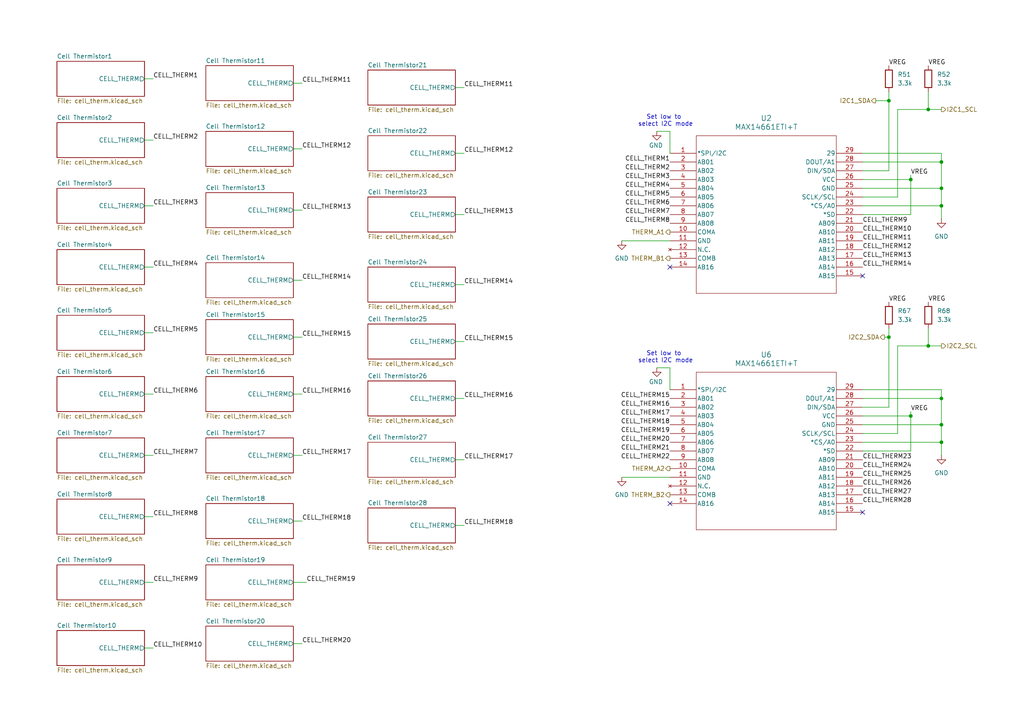
<source format=kicad_sch>
(kicad_sch (version 20250114) (generator "eeschema") (generator_version "9.0")
  (paper "A4")
  (lib_symbols
    (symbol "Device:R" (pin_numbers (hide yes)) (pin_names (offset 0))
      (property "Reference" "R" (at 2.032 0 90))
      (property "Value" "R" (at 0 0 90))
      (symbol "R_0_1"
        (rectangle (start -1.016 -2.54) (end 1.016 2.54) (stroke (width 0.254)))
      )
      (symbol "R_1_1"
        (pin passive line (at 0 3.81 270) (length 1.27) (name "~") (number "1"))
        (pin passive line (at 0 -3.81 90) (length 1.27) (name "~") (number "2"))
      )
    )
    (symbol "GND_10" (power) (pin_numbers (hide yes)) (pin_names (offset 0) (hide yes))
      (property "Value" "GND" (at 0 -3.81 0))
      (symbol "GND_10_0_1"
        (polyline (pts (xy 0 0) (xy 0 -1.27) (xy 1.27 -1.27) (xy 0 -2.54) (xy -1.27 -1.27) (xy 0 -1.27)))
      )
      (symbol "GND_10_1_1"
        (pin power_in line (at 0 0 270) (length 0) (name "~") (number "1"))
      )
    )
    (symbol "MAX14661:MAX14661ETI+T" (pin_names (offset 0.254))
      (property "Reference" "U" (at 27.94 10.16 0))
      (property "Value" "MAX14661ETI+T" (at 27.94 7.62 0))
      (symbol "MAX14661ETI+T_0_1"
        (polyline (pts (xy 7.62 5.08) (xy 7.62 -40.64)) (stroke (width 0.127)))
        (polyline (pts (xy 7.62 -40.64) (xy 48.26 -40.64)) (stroke (width 0.127)))
        (polyline (pts (xy 48.26 5.08) (xy 7.62 5.08)) (stroke (width 0.127)))
        (polyline (pts (xy 48.26 -40.64) (xy 48.26 5.08)) (stroke (width 0.127)))
        (pin unspecified line (at 0 0 0) (length 7.62) (name "*SPI/I2C") (number "1"))
        (pin bidirectional line (at 0 -2.54 0) (length 7.62) (name "AB01") (number "2"))
        (pin bidirectional line (at 0 -5.08 0) (length 7.62) (name "AB02") (number "3"))
        (pin bidirectional line (at 0 -7.62 0) (length 7.62) (name "AB03") (number "4"))
        (pin bidirectional line (at 0 -10.16 0) (length 7.62) (name "AB04") (number "5"))
        (pin bidirectional line (at 0 -12.7 0) (length 7.62) (name "AB05") (number "6"))
        (pin bidirectional line (at 0 -15.24 0) (length 7.62) (name "AB06") (number "7"))
        (pin bidirectional line (at 0 -17.78 0) (length 7.62) (name "AB07") (number "8"))
        (pin bidirectional line (at 0 -20.32 0) (length 7.62) (name "AB08") (number "9"))
        (pin unspecified line (at 0 -22.86 0) (length 7.62) (name "COMA") (number "10"))
        (pin power_out line (at 0 -25.4 0) (length 7.62) (name "GND") (number "11"))
        (pin no_connect line (at 0 -27.94 0) (length 7.62) (name "N.C.") (number "12"))
        (pin unspecified line (at 0 -30.48 0) (length 7.62) (name "COMB") (number "13"))
        (pin bidirectional line (at 0 -33.02 0) (length 7.62) (name "AB16") (number "14"))
        (pin unspecified line (at 55.88 0 180) (length 7.62) (name "29") (number "29"))
        (pin output line (at 55.88 -2.54 180) (length 7.62) (name "DOUT/A1") (number "28"))
        (pin unspecified line (at 55.88 -5.08 180) (length 7.62) (name "DIN/SDA") (number "27"))
        (pin power_in line (at 55.88 -7.62 180) (length 7.62) (name "VCC") (number "26"))
        (pin power_out line (at 55.88 -10.16 180) (length 7.62) (name "GND") (number "25"))
        (pin unspecified line (at 55.88 -12.7 180) (length 7.62) (name "SCLK/SCL") (number "24"))
        (pin unspecified line (at 55.88 -15.24 180) (length 7.62) (name "*CS/A0") (number "23"))
        (pin unspecified line (at 55.88 -17.78 180) (length 7.62) (name "*SD") (number "22"))
        (pin bidirectional line (at 55.88 -20.32 180) (length 7.62) (name "AB09") (number "21"))
        (pin bidirectional line (at 55.88 -22.86 180) (length 7.62) (name "AB10") (number "20"))
        (pin bidirectional line (at 55.88 -25.4 180) (length 7.62) (name "AB11") (number "19"))
        (pin bidirectional line (at 55.88 -27.94 180) (length 7.62) (name "AB12") (number "18"))
        (pin bidirectional line (at 55.88 -30.48 180) (length 7.62) (name "AB13") (number "17"))
        (pin bidirectional line (at 55.88 -33.02 180) (length 7.62) (name "AB14") (number "16"))
        (pin bidirectional line (at 55.88 -35.56 180) (length 7.62) (name "AB15") (number "15"))
      )
    )
  )
  (text "Set low to \nselect I2C mode" (at 193.04 35.052 0) (effects (font (size 1.27 1.27))))
  (text "Set low to \nselect I2C mode" (at 193.04 103.632 0) (effects (font (size 1.27 1.27))))
  (junction (at 269.24 31.75))
  (junction (at 273.05 59.69))
  (junction (at 264.16 120.65))
  (junction (at 257.81 97.79))
  (junction (at 269.24 100.33))
  (junction (at 273.05 115.57))
  (junction (at 264.16 52.07))
  (junction (at 273.05 54.61))
  (junction (at 273.05 123.19))
  (junction (at 273.05 128.27))
  (junction (at 273.05 46.99))
  (junction (at 257.81 29.21))
  (no_connect (at 194.31 146.05))
  (no_connect (at 250.19 80.01))
  (no_connect (at 250.19 148.59))
  (no_connect (at 194.31 77.47))
  (wire (pts (xy 132.08 82.55) (xy 134.62 82.55)))
  (wire (pts (xy 273.05 59.69) (xy 273.05 54.61)))
  (wire (pts (xy 85.09 186.69) (xy 87.63 186.69)))
  (wire (pts (xy 132.08 62.23) (xy 134.62 62.23)))
  (wire (pts (xy 273.05 128.27) (xy 273.05 123.19)))
  (wire (pts (xy 85.09 151.13) (xy 87.63 151.13)))
  (wire (pts (xy 273.05 46.99) (xy 273.05 54.61)))
  (wire (pts (xy 260.35 100.33) (xy 260.35 125.73)))
  (wire (pts (xy 254 29.21) (xy 257.81 29.21)))
  (wire (pts (xy 273.05 115.57) (xy 273.05 123.19)))
  (wire (pts (xy 132.08 152.4) (xy 134.62 152.4)))
  (wire (pts (xy 250.19 52.07) (xy 264.16 52.07)))
  (wire (pts (xy 85.09 114.3) (xy 87.63 114.3)))
  (wire (pts (xy 190.5 38.1) (xy 194.31 38.1)))
  (wire (pts (xy 250.19 120.65) (xy 264.16 120.65)))
  (wire (pts (xy 250.19 130.81) (xy 264.16 130.81)))
  (wire (pts (xy 85.09 81.28) (xy 87.63 81.28)))
  (wire (pts (xy 41.91 149.86) (xy 44.45 149.86)))
  (wire (pts (xy 41.91 96.52) (xy 44.45 96.52)))
  (wire (pts (xy 273.05 44.45) (xy 273.05 46.99)))
  (wire (pts (xy 250.19 46.99) (xy 273.05 46.99)))
  (wire (pts (xy 256.54 97.79) (xy 257.81 97.79)))
  (wire (pts (xy 41.91 132.08) (xy 44.45 132.08)))
  (wire (pts (xy 250.19 62.23) (xy 264.16 62.23)))
  (wire (pts (xy 250.19 113.03) (xy 273.05 113.03)))
  (wire (pts (xy 273.05 63.5) (xy 273.05 59.69)))
  (wire (pts (xy 132.08 44.45) (xy 134.62 44.45)))
  (wire (pts (xy 257.81 29.21) (xy 257.81 49.53)))
  (wire (pts (xy 264.16 120.65) (xy 264.16 130.81)))
  (wire (pts (xy 132.08 115.57) (xy 134.62 115.57)))
  (wire (pts (xy 269.24 100.33) (xy 260.35 100.33)))
  (wire (pts (xy 269.24 31.75) (xy 260.35 31.75)))
  (wire (pts (xy 260.35 125.73) (xy 250.19 125.73)))
  (wire (pts (xy 250.19 123.19) (xy 273.05 123.19)))
  (wire (pts (xy 250.19 59.69) (xy 273.05 59.69)))
  (wire (pts (xy 85.09 24.13) (xy 87.63 24.13)))
  (wire (pts (xy 257.81 97.79) (xy 257.81 118.11)))
  (wire (pts (xy 85.09 60.96) (xy 87.63 60.96)))
  (wire (pts (xy 250.19 128.27) (xy 273.05 128.27)))
  (wire (pts (xy 264.16 52.07) (xy 264.16 62.23)))
  (wire (pts (xy 264.16 50.8) (xy 264.16 52.07)))
  (wire (pts (xy 85.09 43.18) (xy 87.63 43.18)))
  (wire (pts (xy 41.91 77.47) (xy 44.45 77.47)))
  (wire (pts (xy 257.81 118.11) (xy 250.19 118.11)))
  (wire (pts (xy 41.91 59.69) (xy 44.45 59.69)))
  (wire (pts (xy 194.31 38.1) (xy 194.31 44.45)))
  (wire (pts (xy 273.05 113.03) (xy 273.05 115.57)))
  (wire (pts (xy 269.24 31.75) (xy 273.05 31.75)))
  (wire (pts (xy 41.91 40.64) (xy 44.45 40.64)))
  (wire (pts (xy 250.19 44.45) (xy 273.05 44.45)))
  (wire (pts (xy 194.31 106.68) (xy 194.31 113.03)))
  (wire (pts (xy 250.19 54.61) (xy 273.05 54.61)))
  (wire (pts (xy 180.34 138.43) (xy 194.31 138.43)))
  (wire (pts (xy 260.35 31.75) (xy 260.35 57.15)))
  (wire (pts (xy 250.19 115.57) (xy 273.05 115.57)))
  (wire (pts (xy 257.81 95.25) (xy 257.81 97.79)))
  (wire (pts (xy 190.5 106.68) (xy 194.31 106.68)))
  (wire (pts (xy 269.24 100.33) (xy 273.05 100.33)))
  (wire (pts (xy 41.91 187.96) (xy 44.45 187.96)))
  (wire (pts (xy 85.09 168.91) (xy 88.9 168.91)))
  (wire (pts (xy 180.34 69.85) (xy 194.31 69.85)))
  (wire (pts (xy 269.24 26.67) (xy 269.24 31.75)))
  (wire (pts (xy 257.81 49.53) (xy 250.19 49.53)))
  (wire (pts (xy 132.08 99.06) (xy 134.62 99.06)))
  (wire (pts (xy 257.81 26.67) (xy 257.81 29.21)))
  (wire (pts (xy 85.09 132.08) (xy 87.63 132.08)))
  (wire (pts (xy 269.24 95.25) (xy 269.24 100.33)))
  (wire (pts (xy 85.09 97.79) (xy 87.63 97.79)))
  (wire (pts (xy 260.35 57.15) (xy 250.19 57.15)))
  (wire (pts (xy 264.16 119.38) (xy 264.16 120.65)))
  (wire (pts (xy 41.91 168.91) (xy 44.45 168.91)))
  (wire (pts (xy 132.08 133.35) (xy 134.62 133.35)))
  (wire (pts (xy 41.91 22.86) (xy 44.45 22.86)))
  (wire (pts (xy 41.91 114.3) (xy 44.45 114.3)))
  (wire (pts (xy 132.08 25.4) (xy 134.62 25.4)))
  (wire (pts (xy 273.05 132.08) (xy 273.05 128.27)))
  (label "VREG" (at 257.81 87.63 0))
  (label "CELL_THERM4" (at 194.31 54.61 180))
  (label "CELL_THERM19" (at 194.31 125.73 180))
  (label "CELL_THERM24" (at 250.19 135.89 0))
  (label "CELL_THERM7" (at 44.45 132.08 0))
  (label "CELL_THERM2" (at 194.31 49.53 180))
  (label "VREG" (at 269.24 87.63 0))
  (label "CELL_THERM13" (at 250.19 74.93 0))
  (label "CELL_THERM9" (at 44.45 168.91 0))
  (label "VREG" (at 264.16 119.38 0))
  (label "CELL_THERM17" (at 134.62 133.35 0))
  (label "CELL_THERM11" (at 87.63 24.13 0))
  (label "CELL_THERM4" (at 44.45 77.47 0))
  (label "CELL_THERM3" (at 194.31 52.07 180))
  (label "CELL_THERM12" (at 87.63 43.18 0))
  (label "CELL_THERM20" (at 87.63 186.69 0))
  (label "CELL_THERM1" (at 44.45 22.86 0))
  (label "CELL_THERM18" (at 134.62 152.4 0))
  (label "CELL_THERM19" (at 88.9 168.91 0))
  (label "CELL_THERM10" (at 250.19 67.31 0))
  (label "CELL_THERM3" (at 44.45 59.69 0))
  (label "CELL_THERM12" (at 134.62 44.45 0))
  (label "VREG" (at 264.16 50.8 0))
  (label "VREG" (at 257.81 19.05 0))
  (label "CELL_THERM7" (at 194.31 62.23 180))
  (label "CELL_THERM13" (at 87.63 60.96 0))
  (label "CELL_THERM14" (at 87.63 81.28 0))
  (label "CELL_THERM14" (at 134.62 82.55 0))
  (label "CELL_THERM13" (at 134.62 62.23 0))
  (label "CELL_THERM16" (at 194.31 118.11 180))
  (label "CELL_THERM6" (at 194.31 59.69 180))
  (label "CELL_THERM5" (at 194.31 57.15 180))
  (label "VREG" (at 269.24 19.05 0))
  (label "CELL_THERM15" (at 87.63 97.79 0))
  (label "CELL_THERM20" (at 194.31 128.27 180))
  (label "CELL_THERM25" (at 250.19 138.43 0))
  (label "CELL_THERM18" (at 194.31 123.19 180))
  (label "CELL_THERM12" (at 250.19 72.39 0))
  (label "CELL_THERM21" (at 194.31 130.81 180))
  (label "CELL_THERM15" (at 134.62 99.06 0))
  (label "CELL_THERM2" (at 44.45 40.64 0))
  (label "CELL_THERM11" (at 134.62 25.4 0))
  (label "CELL_THERM16" (at 87.63 114.3 0))
  (label "CELL_THERM17" (at 87.63 132.08 0))
  (label "CELL_THERM8" (at 44.45 149.86 0))
  (label "CELL_THERM14" (at 250.19 77.47 0))
  (label "CELL_THERM10" (at 44.45 187.96 0))
  (label "CELL_THERM5" (at 44.45 96.52 0))
  (label "CELL_THERM27" (at 250.19 143.51 0))
  (label "CELL_THERM28" (at 250.19 146.05 0))
  (label "CELL_THERM11" (at 250.19 69.85 0))
  (label "CELL_THERM23" (at 250.19 133.35 0))
  (label "CELL_THERM6" (at 44.45 114.3 0))
  (label "CELL_THERM18" (at 87.63 151.13 0))
  (label "CELL_THERM9" (at 250.19 64.77 0))
  (label "CELL_THERM22" (at 194.31 133.35 180))
  (label "CELL_THERM15" (at 194.31 115.57 180))
  (label "CELL_THERM16" (at 134.62 115.57 0))
  (label "CELL_THERM17" (at 194.31 120.65 180))
  (label "CELL_THERM8" (at 194.31 64.77 180))
  (label "CELL_THERM26" (at 250.19 140.97 0))
  (label "CELL_THERM1" (at 194.31 46.99 180))
  (hierarchical_label "THERM_A2" (shape output) (at 194.31 135.89 180))
  (hierarchical_label "I2C2_SDA" (shape output) (at 256.54 97.79 180))
  (hierarchical_label "I2C2_SCL" (shape output) (at 273.05 100.33 0))
  (hierarchical_label "THERM_B2" (shape output) (at 194.31 143.51 180))
  (hierarchical_label "THERM_B1" (shape output) (at 194.31 74.93 180))
  (hierarchical_label "I2C1_SCL" (shape output) (at 273.05 31.75 0))
  (hierarchical_label "THERM_A1" (shape output) (at 194.31 67.31 180))
  (hierarchical_label "I2C1_SDA" (shape output) (at 254 29.21 180))
  (symbol (lib_id "Device:R") (at 269.24 22.86 0) (unit 1)
    (property "Reference" "R52" (at 271.78 21.5899 0) (effects (justify left)))
    (property "Value" "3.3k" (at 271.78 24.1299 0) (effects (justify left)))
    (property "Description" "Resistor" (effects (hide yes)))
  )
  (symbol (lib_id "Device:R") (at 269.24 91.44 0) (unit 1)
    (property "Reference" "R68" (at 271.78 90.1699 0) (effects (justify left)))
    (property "Value" "3.3k" (at 271.78 92.7099 0) (effects (justify left)))
    (property "Description" "Resistor" (effects (hide yes)))
  )
  (symbol (lib_name "GND_10") (lib_id "power:GND") (at 190.5 38.1 0) (unit 1)
    (property "Reference" "#PWR014" (effects (hide yes)))
    (property "Value" "GND" (at 190.246 42.164 0))
    (property "Description" "Power symbol creates a global label with name \"GND\" , ground" (effects (hide yes)))
  )
  (symbol (lib_id "MAX14661:MAX14661ETI+T") (at 194.31 44.45 0) (unit 1)
    (property "Reference" "U2" (at 222.25 34.29 0) (effects (font (size 1.524 1.524))))
    (property "Value" "MAX14661ETI+T" (at 222.25 36.83 0) (effects (font (size 1.524 1.524))))
    (property "Footprint" "21-0139I_T2844-1_MXM" (effects (hide yes)))
    (property "Datasheet" "MAX14661ETI+T" (effects (hide yes)))
  )
  (symbol (lib_id "Device:R") (at 257.81 22.86 0) (unit 1)
    (property "Reference" "R51" (at 260.35 21.5899 0) (effects (justify left)))
    (property "Value" "3.3k" (at 260.35 24.1299 0) (effects (justify left)))
    (property "Description" "Resistor" (effects (hide yes)))
  )
  (symbol (lib_name "GND_10") (lib_id "power:GND") (at 273.05 63.5 0) (unit 1)
    (property "Reference" "#PWR015" (effects (hide yes)))
    (property "Value" "GND" (at 273.05 68.58 0))
    (property "Description" "Power symbol creates a global label with name \"GND\" , ground" (effects (hide yes)))
  )
  (symbol (lib_name "GND_10") (lib_id "power:GND") (at 273.05 132.08 0) (unit 1)
    (property "Reference" "#PWR033" (effects (hide yes)))
    (property "Value" "GND" (at 273.05 137.16 0))
    (property "Description" "Power symbol creates a global label with name \"GND\" , ground" (effects (hide yes)))
  )
  (symbol (lib_name "GND_10") (lib_id "power:GND") (at 190.5 106.68 0) (unit 1)
    (property "Reference" "#PWR032" (effects (hide yes)))
    (property "Value" "GND" (at 190.246 110.744 0))
    (property "Description" "Power symbol creates a global label with name \"GND\" , ground" (effects (hide yes)))
  )
  (symbol (lib_id "MAX14661:MAX14661ETI+T") (at 194.31 113.03 0) (unit 1)
    (property "Reference" "U6" (at 222.25 102.87 0) (effects (font (size 1.524 1.524))))
    (property "Value" "MAX14661ETI+T" (at 222.25 105.41 0) (effects (font (size 1.524 1.524))))
    (property "Footprint" "21-0139I_T2844-1_MXM" (effects (hide yes)))
    (property "Datasheet" "MAX14661ETI+T" (effects (hide yes)))
  )
  (symbol (lib_id "Device:R") (at 257.81 91.44 0) (unit 1)
    (property "Reference" "R67" (at 260.35 90.1699 0) (effects (justify left)))
    (property "Value" "3.3k" (at 260.35 92.7099 0) (effects (justify left)))
    (property "Description" "Resistor" (effects (hide yes)))
  )
  (symbol (lib_name "GND_10") (lib_id "power:GND") (at 180.34 138.43 0) (unit 1)
    (property "Reference" "#PWR031" (effects (hide yes)))
    (property "Value" "GND" (at 180.34 143.51 0))
    (property "Description" "Power symbol creates a global label with name \"GND\" , ground" (effects (hide yes)))
  )
  (symbol (lib_name "GND_10") (lib_id "power:GND") (at 180.34 69.85 0) (unit 1)
    (property "Reference" "#PWR016" (effects (hide yes)))
    (property "Value" "GND" (at 180.34 74.93 0))
    (property "Description" "Power symbol creates a global label with name \"GND\" , ground" (effects (hide yes)))
  )
  (sheet (at 16.51 163.83) (size 25.4 10.16) (stroke (width 0.1524))
    (property "Sheetname" "Cell Thermistor9" (at 16.51 163.1184 0) (effects (justify left bottom)))
    (property "Sheetfile" "cell_therm.kicad_sch" (at 16.51 174.5746 0) (effects (justify left top)))
    (pin "CELL_THERM" output (at 41.91 168.91 0))
  )
  (sheet (at 16.51 144.78) (size 25.4 10.16) (stroke (width 0.1524))
    (property "Sheetname" "Cell Thermistor8" (at 16.51 144.0684 0) (effects (justify left bottom)))
    (property "Sheetfile" "cell_therm.kicad_sch" (at 16.51 155.5246 0) (effects (justify left top)))
    (pin "CELL_THERM" output (at 41.91 149.86 0))
  )
  (sheet (at 106.68 57.15) (size 25.4 10.16) (stroke (width 0.1524))
    (property "Sheetname" "Cell Thermistor23" (at 106.68 56.4384 0) (effects (justify left bottom)))
    (property "Sheetfile" "cell_therm.kicad_sch" (at 106.68 67.8946 0) (effects (justify left top)))
    (pin "CELL_THERM" output (at 132.08 62.23 0))
  )
  (sheet (at 59.69 146.05) (size 25.4 10.16) (stroke (width 0.1524))
    (property "Sheetname" "Cell Thermistor18" (at 59.69 145.3384 0) (effects (justify left bottom)))
    (property "Sheetfile" "cell_therm.kicad_sch" (at 59.69 156.7946 0) (effects (justify left top)))
    (pin "CELL_THERM" output (at 85.09 151.13 0))
  )
  (sheet (at 59.69 55.88) (size 25.4 10.16) (stroke (width 0.1524))
    (property "Sheetname" "Cell Thermistor13" (at 59.69 55.1684 0) (effects (justify left bottom)))
    (property "Sheetfile" "cell_therm.kicad_sch" (at 59.69 66.6246 0) (effects (justify left top)))
    (pin "CELL_THERM" output (at 85.09 60.96 0))
  )
  (sheet (at 59.69 38.1) (size 25.4 10.16) (stroke (width 0.1524))
    (property "Sheetname" "Cell Thermistor12" (at 59.69 37.3884 0) (effects (justify left bottom)))
    (property "Sheetfile" "cell_therm.kicad_sch" (at 59.69 48.8446 0) (effects (justify left top)))
    (pin "CELL_THERM" output (at 85.09 43.18 0))
  )
  (sheet (at 59.69 163.83) (size 25.4 10.16) (stroke (width 0.1524))
    (property "Sheetname" "Cell Thermistor19" (at 59.69 163.1184 0) (effects (justify left bottom)))
    (property "Sheetfile" "cell_therm.kicad_sch" (at 59.69 174.5746 0) (effects (justify left top)))
    (pin "CELL_THERM" output (at 85.09 168.91 0))
  )
  (sheet (at 106.68 39.37) (size 25.4 10.16) (stroke (width 0.1524))
    (property "Sheetname" "Cell Thermistor22" (at 106.68 38.6584 0) (effects (justify left bottom)))
    (property "Sheetfile" "cell_therm.kicad_sch" (at 106.68 50.1146 0) (effects (justify left top)))
    (pin "CELL_THERM" output (at 132.08 44.45 0))
  )
  (sheet (at 106.68 77.47) (size 25.4 10.16) (stroke (width 0.1524))
    (property "Sheetname" "Cell Thermistor24" (at 106.68 76.7584 0) (effects (justify left bottom)))
    (property "Sheetfile" "cell_therm.kicad_sch" (at 106.68 88.2146 0) (effects (justify left top)))
    (pin "CELL_THERM" output (at 132.08 82.55 0))
  )
  (sheet (at 16.51 17.78) (size 25.4 10.16) (stroke (width 0.1524))
    (property "Sheetname" "Cell Thermistor1" (at 16.51 17.0684 0) (effects (justify left bottom)))
    (property "Sheetfile" "cell_therm.kicad_sch" (at 16.51 28.5246 0) (effects (justify left top)))
    (pin "CELL_THERM" output (at 41.91 22.86 0))
  )
  (sheet (at 106.68 20.32) (size 25.4 10.16) (stroke (width 0.1524))
    (property "Sheetname" "Cell Thermistor21" (at 106.68 19.6084 0) (effects (justify left bottom)))
    (property "Sheetfile" "cell_therm.kicad_sch" (at 106.68 31.0646 0) (effects (justify left top)))
    (pin "CELL_THERM" output (at 132.08 25.4 0))
  )
  (sheet (at 59.69 19.05) (size 25.4 10.16) (stroke (width 0.1524))
    (property "Sheetname" "Cell Thermistor11" (at 59.69 18.3384 0) (effects (justify left bottom)))
    (property "Sheetfile" "cell_therm.kicad_sch" (at 59.69 29.7946 0) (effects (justify left top)))
    (pin "CELL_THERM" output (at 85.09 24.13 0))
  )
  (sheet (at 16.51 35.56) (size 25.4 10.16) (stroke (width 0.1524))
    (property "Sheetname" "Cell Thermistor2" (at 16.51 34.8484 0) (effects (justify left bottom)))
    (property "Sheetfile" "cell_therm.kicad_sch" (at 16.51 46.3046 0) (effects (justify left top)))
    (pin "CELL_THERM" output (at 41.91 40.64 0))
  )
  (sheet (at 16.51 182.88) (size 25.4 10.16) (stroke (width 0.1524))
    (property "Sheetname" "Cell Thermistor10" (at 16.51 182.1684 0) (effects (justify left bottom)))
    (property "Sheetfile" "cell_therm.kicad_sch" (at 16.51 193.6246 0) (effects (justify left top)))
    (pin "CELL_THERM" output (at 41.91 187.96 0))
  )
  (sheet (at 59.69 109.22) (size 25.4 10.16) (stroke (width 0.1524))
    (property "Sheetname" "Cell Thermistor16" (at 59.69 108.5084 0) (effects (justify left bottom)))
    (property "Sheetfile" "cell_therm.kicad_sch" (at 59.69 119.9646 0) (effects (justify left top)))
    (pin "CELL_THERM" output (at 85.09 114.3 0))
  )
  (sheet (at 59.69 92.71) (size 25.4 10.16) (stroke (width 0.1524))
    (property "Sheetname" "Cell Thermistor15" (at 59.69 91.9984 0) (effects (justify left bottom)))
    (property "Sheetfile" "cell_therm.kicad_sch" (at 59.69 103.4546 0) (effects (justify left top)))
    (pin "CELL_THERM" output (at 85.09 97.79 0))
  )
  (sheet (at 16.51 72.39) (size 25.4 10.16) (stroke (width 0.1524))
    (property "Sheetname" "Cell Thermistor4" (at 16.51 71.6784 0) (effects (justify left bottom)))
    (property "Sheetfile" "cell_therm.kicad_sch" (at 16.51 83.1346 0) (effects (justify left top)))
    (pin "CELL_THERM" output (at 41.91 77.47 0))
  )
  (sheet (at 106.68 128.27) (size 25.4 10.16) (stroke (width 0.1524))
    (property "Sheetname" "Cell Thermistor27" (at 106.68 127.5584 0) (effects (justify left bottom)))
    (property "Sheetfile" "cell_therm.kicad_sch" (at 106.68 139.0146 0) (effects (justify left top)))
    (pin "CELL_THERM" output (at 132.08 133.35 0))
  )
  (sheet (at 59.69 127) (size 25.4 10.16) (stroke (width 0.1524))
    (property "Sheetname" "Cell Thermistor17" (at 59.69 126.2884 0) (effects (justify left bottom)))
    (property "Sheetfile" "cell_therm.kicad_sch" (at 59.69 137.7446 0) (effects (justify left top)))
    (pin "CELL_THERM" output (at 85.09 132.08 0))
  )
  (sheet (at 106.68 110.49) (size 25.4 10.16) (stroke (width 0.1524))
    (property "Sheetname" "Cell Thermistor26" (at 106.68 109.7784 0) (effects (justify left bottom)))
    (property "Sheetfile" "cell_therm.kicad_sch" (at 106.68 121.2346 0) (effects (justify left top)))
    (pin "CELL_THERM" output (at 132.08 115.57 0))
  )
  (sheet (at 16.51 91.44) (size 25.4 10.16) (stroke (width 0.1524))
    (property "Sheetname" "Cell Thermistor5" (at 16.51 90.7284 0) (effects (justify left bottom)))
    (property "Sheetfile" "cell_therm.kicad_sch" (at 16.51 102.1846 0) (effects (justify left top)))
    (pin "CELL_THERM" output (at 41.91 96.52 0))
  )
  (sheet (at 59.69 181.61) (size 25.4 10.16) (stroke (width 0.1524))
    (property "Sheetname" "Cell Thermistor20" (at 59.69 180.8984 0) (effects (justify left bottom)))
    (property "Sheetfile" "cell_therm.kicad_sch" (at 59.69 192.3546 0) (effects (justify left top)))
    (pin "CELL_THERM" output (at 85.09 186.69 0))
  )
  (sheet (at 106.68 93.98) (size 25.4 10.16) (stroke (width 0.1524))
    (property "Sheetname" "Cell Thermistor25" (at 106.68 93.2684 0) (effects (justify left bottom)))
    (property "Sheetfile" "cell_therm.kicad_sch" (at 106.68 104.7246 0) (effects (justify left top)))
    (pin "CELL_THERM" output (at 132.08 99.06 0))
  )
  (sheet (at 16.51 54.61) (size 25.4 10.16) (stroke (width 0.1524))
    (property "Sheetname" "Cell Thermistor3" (at 16.51 53.8984 0) (effects (justify left bottom)))
    (property "Sheetfile" "cell_therm.kicad_sch" (at 16.51 65.3546 0) (effects (justify left top)))
    (pin "CELL_THERM" output (at 41.91 59.69 0))
  )
  (sheet (at 106.68 147.32) (size 25.4 10.16) (stroke (width 0.1524))
    (property "Sheetname" "Cell Thermistor28" (at 106.68 146.6084 0) (effects (justify left bottom)))
    (property "Sheetfile" "cell_therm.kicad_sch" (at 106.68 158.0646 0) (effects (justify left top)))
    (pin "CELL_THERM" output (at 132.08 152.4 0))
  )
  (sheet (at 16.51 109.22) (size 25.4 10.16) (stroke (width 0.1524))
    (property "Sheetname" "Cell Thermistor6" (at 16.51 108.5084 0) (effects (justify left bottom)))
    (property "Sheetfile" "cell_therm.kicad_sch" (at 16.51 119.9646 0) (effects (justify left top)))
    (pin "CELL_THERM" output (at 41.91 114.3 0))
  )
  (sheet (at 16.51 127) (size 25.4 10.16) (stroke (width 0.1524))
    (property "Sheetname" "Cell Thermistor7" (at 16.51 126.2884 0) (effects (justify left bottom)))
    (property "Sheetfile" "cell_therm.kicad_sch" (at 16.51 137.7446 0) (effects (justify left top)))
    (pin "CELL_THERM" output (at 41.91 132.08 0))
  )
  (sheet (at 59.69 76.2) (size 25.4 10.16) (stroke (width 0.1524))
    (property "Sheetname" "Cell Thermistor14" (at 59.69 75.4884 0) (effects (justify left bottom)))
    (property "Sheetfile" "cell_therm.kicad_sch" (at 59.69 86.9446 0) (effects (justify left top)))
    (pin "CELL_THERM" output (at 85.09 81.28 0))
  )
)
</source>
